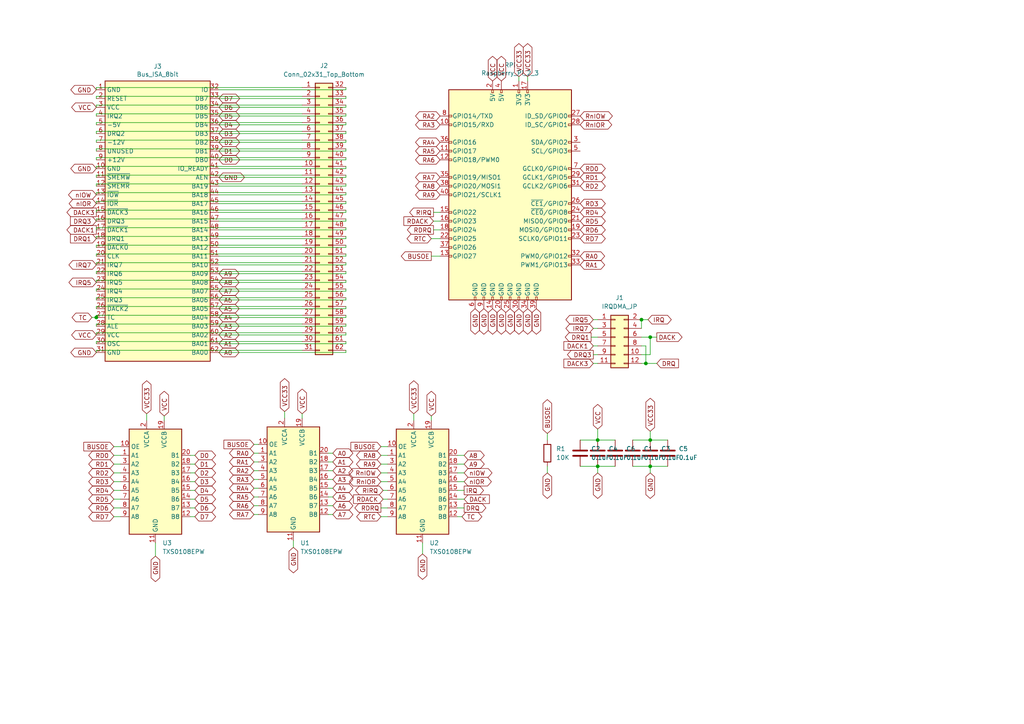
<source format=kicad_sch>
(kicad_sch (version 20211123) (generator eeschema)
  (paper "A4")
  (lib_symbols
    (symbol "Connector:Bus_ISA_8bit"
      (property "Reference" "J" (at 0 42.545 0))
      (property "Value" "Bus_ISA_8bit" (at 0 -42.545 0))
      (symbol "Bus_ISA_8bit_1_1"
        (pin power_in line (at -17.78 38.1 0) (length 2.54) (name "GND") (number "1"))
        (pin power_in line (at -17.78 15.24 0) (length 2.54) (name "GND") (number "10"))
        (pin output line (at -17.78 12.7 0) (length 2.54) (name "~{SMEMW}") (number "11"))
        (pin output line (at -17.78 10.16 0) (length 2.54) (name "~{SMEMR}") (number "12"))
        (pin output line (at -17.78 7.62 0) (length 2.54) (name "~{IOW}") (number "13"))
        (pin output line (at -17.78 5.08 0) (length 2.54) (name "~{IOR}") (number "14"))
        (pin passive line (at -17.78 2.54 0) (length 2.54) (name "~{DACK3}") (number "15"))
        (pin passive line (at -17.78 0 0) (length 2.54) (name "DRQ3") (number "16"))
        (pin passive line (at -17.78 -2.54 0) (length 2.54) (name "~{DACK1}") (number "17"))
        (pin passive line (at -17.78 -5.08 0) (length 2.54) (name "DRQ1") (number "18"))
        (pin passive line (at -17.78 -7.62 0) (length 2.54) (name "~{DACK0}") (number "19"))
        (pin output line (at -17.78 35.56 0) (length 2.54) (name "RESET") (number "2"))
        (pin output line (at -17.78 -10.16 0) (length 2.54) (name "CLK") (number "20"))
        (pin passive line (at -17.78 -12.7 0) (length 2.54) (name "IRQ7") (number "21"))
        (pin passive line (at -17.78 -15.24 0) (length 2.54) (name "IRQ6") (number "22"))
        (pin passive line (at -17.78 -17.78 0) (length 2.54) (name "IRQ5") (number "23"))
        (pin passive line (at -17.78 -20.32 0) (length 2.54) (name "IRQ4") (number "24"))
        (pin passive line (at -17.78 -22.86 0) (length 2.54) (name "IRQ3") (number "25"))
        (pin passive line (at -17.78 -25.4 0) (length 2.54) (name "~{DACK2}") (number "26"))
        (pin passive line (at -17.78 -27.94 0) (length 2.54) (name "TC") (number "27"))
        (pin output line (at -17.78 -30.48 0) (length 2.54) (name "ALE") (number "28"))
        (pin power_in line (at -17.78 -33.02 0) (length 2.54) (name "VCC") (number "29"))
        (pin power_in line (at -17.78 33.02 0) (length 2.54) (name "VCC") (number "3"))
        (pin output line (at -17.78 -35.56 0) (length 2.54) (name "OSC") (number "30"))
        (pin power_in line (at -17.78 -38.1 0) (length 2.54) (name "GND") (number "31"))
        (pin passive line (at 17.78 38.1 180) (length 2.54) (name "IO") (number "32"))
        (pin tri_state line (at 17.78 35.56 180) (length 2.54) (name "DB7") (number "33"))
        (pin tri_state line (at 17.78 33.02 180) (length 2.54) (name "DB6") (number "34"))
        (pin tri_state line (at 17.78 30.48 180) (length 2.54) (name "DB5") (number "35"))
        (pin tri_state line (at 17.78 27.94 180) (length 2.54) (name "DB4") (number "36"))
        (pin tri_state line (at 17.78 25.4 180) (length 2.54) (name "DB3") (number "37"))
        (pin tri_state line (at 17.78 22.86 180) (length 2.54) (name "DB2") (number "38"))
        (pin tri_state line (at 17.78 20.32 180) (length 2.54) (name "DB1") (number "39"))
        (pin passive line (at -17.78 30.48 0) (length 2.54) (name "IRQ2") (number "4"))
        (pin tri_state line (at 17.78 17.78 180) (length 2.54) (name "DB0") (number "40"))
        (pin passive line (at 17.78 15.24 180) (length 2.54) (name "IO_READY") (number "41"))
        (pin output line (at 17.78 12.7 180) (length 2.54) (name "AEN") (number "42"))
        (pin tri_state line (at 17.78 10.16 180) (length 2.54) (name "BA19") (number "43"))
        (pin tri_state line (at 17.78 7.62 180) (length 2.54) (name "BA18") (number "44"))
        (pin tri_state line (at 17.78 5.08 180) (length 2.54) (name "BA17") (number "45"))
        (pin tri_state line (at 17.78 2.54 180) (length 2.54) (name "BA16") (number "46"))
        (pin tri_state line (at 17.78 0 180) (length 2.54) (name "BA15") (number "47"))
        (pin tri_state line (at 17.78 -2.54 180) (length 2.54) (name "BA14") (number "48"))
        (pin tri_state line (at 17.78 -5.08 180) (length 2.54) (name "BA13") (number "49"))
        (pin power_in line (at -17.78 27.94 0) (length 2.54) (name "-5V") (number "5"))
        (pin tri_state line (at 17.78 -7.62 180) (length 2.54) (name "BA12") (number "50"))
        (pin tri_state line (at 17.78 -10.16 180) (length 2.54) (name "BA11") (number "51"))
        (pin tri_state line (at 17.78 -12.7 180) (length 2.54) (name "BA10") (number "52"))
        (pin tri_state line (at 17.78 -15.24 180) (length 2.54) (name "BA09") (number "53"))
        (pin tri_state line (at 17.78 -17.78 180) (length 2.54) (name "BA08") (number "54"))
        (pin tri_state line (at 17.78 -20.32 180) (length 2.54) (name "BA07") (number "55"))
        (pin tri_state line (at 17.78 -22.86 180) (length 2.54) (name "BA06") (number "56"))
        (pin tri_state line (at 17.78 -25.4 180) (length 2.54) (name "BA05") (number "57"))
        (pin tri_state line (at 17.78 -27.94 180) (length 2.54) (name "BA04") (number "58"))
        (pin tri_state line (at 17.78 -30.48 180) (length 2.54) (name "BA03") (number "59"))
        (pin passive line (at -17.78 25.4 0) (length 2.54) (name "DRQ2") (number "6"))
        (pin tri_state line (at 17.78 -33.02 180) (length 2.54) (name "BA02") (number "60"))
        (pin tri_state line (at 17.78 -35.56 180) (length 2.54) (name "BA01") (number "61"))
        (pin tri_state line (at 17.78 -38.1 180) (length 2.54) (name "BA00") (number "62"))
        (pin power_in line (at -17.78 22.86 0) (length 2.54) (name "-12V") (number "7"))
        (pin passive line (at -17.78 20.32 0) (length 2.54) (name "UNUSED") (number "8"))
        (pin power_in line (at -17.78 17.78 0) (length 2.54) (name "+12V") (number "9"))
      )
    )
    (symbol "Connector:Raspberry_Pi_2_3" (pin_names (offset 1.016))
      (property "Reference" "J" (at -17.78 31.75 0))
      (property "Value" "Raspberry_Pi_2_3" (at 10.16 -31.75 0))
      (symbol "Raspberry_Pi_2_3_1_1"
        (pin power_in line (at 2.54 33.02 270) (length 2.54) (name "3V3") (number "1"))
        (pin bidirectional line (at -20.32 20.32 0) (length 2.54) (name "GPIO15/RXD") (number "10"))
        (pin bidirectional line (at -20.32 12.7 0) (length 2.54) (name "GPIO17") (number "11"))
        (pin bidirectional line (at -20.32 10.16 0) (length 2.54) (name "GPIO18/PWM0") (number "12"))
        (pin bidirectional line (at -20.32 -17.78 0) (length 2.54) (name "GPIO27") (number "13"))
        (pin power_in line (at -5.08 -33.02 90) (length 2.54) (name "GND") (number "14"))
        (pin bidirectional line (at -20.32 -5.08 0) (length 2.54) (name "GPIO22") (number "15"))
        (pin bidirectional line (at -20.32 -7.62 0) (length 2.54) (name "GPIO23") (number "16"))
        (pin power_in line (at 5.08 33.02 270) (length 2.54) (name "3V3") (number "17"))
        (pin bidirectional line (at -20.32 -10.16 0) (length 2.54) (name "GPIO24") (number "18"))
        (pin bidirectional line (at 20.32 -10.16 180) (length 2.54) (name "MOSI0/GPIO10") (number "19"))
        (pin power_in line (at -5.08 33.02 270) (length 2.54) (name "5V") (number "2"))
        (pin power_in line (at -2.54 -33.02 90) (length 2.54) (name "GND") (number "20"))
        (pin bidirectional line (at 20.32 -7.62 180) (length 2.54) (name "MISO0/GPIO9") (number "21"))
        (pin bidirectional line (at -20.32 -12.7 0) (length 2.54) (name "GPIO25") (number "22"))
        (pin bidirectional line (at 20.32 -12.7 180) (length 2.54) (name "SCLK0/GPIO11") (number "23"))
        (pin bidirectional line (at 20.32 -5.08 180) (length 2.54) (name "~{CE0}/GPIO8") (number "24"))
        (pin power_in line (at 0 -33.02 90) (length 2.54) (name "GND") (number "25"))
        (pin bidirectional line (at 20.32 -2.54 180) (length 2.54) (name "~{CE1}/GPIO7") (number "26"))
        (pin bidirectional line (at 20.32 22.86 180) (length 2.54) (name "ID_SD/GPIO0") (number "27"))
        (pin bidirectional line (at 20.32 20.32 180) (length 2.54) (name "ID_SC/GPIO1") (number "28"))
        (pin bidirectional line (at 20.32 5.08 180) (length 2.54) (name "GCLK1/GPIO5") (number "29"))
        (pin bidirectional line (at 20.32 15.24 180) (length 2.54) (name "SDA/GPIO2") (number "3"))
        (pin power_in line (at 2.54 -33.02 90) (length 2.54) (name "GND") (number "30"))
        (pin bidirectional line (at 20.32 2.54 180) (length 2.54) (name "GCLK2/GPIO6") (number "31"))
        (pin bidirectional line (at 20.32 -17.78 180) (length 2.54) (name "PWM0/GPIO12") (number "32"))
        (pin bidirectional line (at 20.32 -20.32 180) (length 2.54) (name "PWM1/GPIO13") (number "33"))
        (pin power_in line (at 5.08 -33.02 90) (length 2.54) (name "GND") (number "34"))
        (pin bidirectional line (at -20.32 5.08 0) (length 2.54) (name "GPIO19/MISO1") (number "35"))
        (pin bidirectional line (at -20.32 15.24 0) (length 2.54) (name "GPIO16") (number "36"))
        (pin bidirectional line (at -20.32 -15.24 0) (length 2.54) (name "GPIO26") (number "37"))
        (pin bidirectional line (at -20.32 2.54 0) (length 2.54) (name "GPIO20/MOSI1") (number "38"))
        (pin power_in line (at 7.62 -33.02 90) (length 2.54) (name "GND") (number "39"))
        (pin power_in line (at -2.54 33.02 270) (length 2.54) (name "5V") (number "4"))
        (pin bidirectional line (at -20.32 0 0) (length 2.54) (name "GPIO21/SCLK1") (number "40"))
        (pin bidirectional line (at 20.32 12.7 180) (length 2.54) (name "SCL/GPIO3") (number "5"))
        (pin power_in line (at -10.16 -33.02 90) (length 2.54) (name "GND") (number "6"))
        (pin bidirectional line (at 20.32 7.62 180) (length 2.54) (name "GCLK0/GPIO4") (number "7"))
        (pin bidirectional line (at -20.32 22.86 0) (length 2.54) (name "GPIO14/TXD") (number "8"))
        (pin power_in line (at -7.62 -33.02 90) (length 2.54) (name "GND") (number "9"))
      )
    )
    (symbol "Connector_Generic:Conn_02x06_Odd_Even" (pin_names (offset 1.016) hide)
      (property "Reference" "J" (at 1.27 7.62 0))
      (property "Value" "Conn_02x06_Odd_Even" (at 1.27 -10.16 0))
      (symbol "Conn_02x06_Odd_Even_1_1"
        (pin passive line (at -5.08 5.08 0) (length 3.81) (name "Pin_1") (number "1"))
        (pin passive line (at 7.62 -5.08 180) (length 3.81) (name "Pin_10") (number "10"))
        (pin passive line (at -5.08 -7.62 0) (length 3.81) (name "Pin_11") (number "11"))
        (pin passive line (at 7.62 -7.62 180) (length 3.81) (name "Pin_12") (number "12"))
        (pin passive line (at 7.62 5.08 180) (length 3.81) (name "Pin_2") (number "2"))
        (pin passive line (at -5.08 2.54 0) (length 3.81) (name "Pin_3") (number "3"))
        (pin passive line (at 7.62 2.54 180) (length 3.81) (name "Pin_4") (number "4"))
        (pin passive line (at -5.08 0 0) (length 3.81) (name "Pin_5") (number "5"))
        (pin passive line (at 7.62 0 180) (length 3.81) (name "Pin_6") (number "6"))
        (pin passive line (at -5.08 -2.54 0) (length 3.81) (name "Pin_7") (number "7"))
        (pin passive line (at 7.62 -2.54 180) (length 3.81) (name "Pin_8") (number "8"))
        (pin passive line (at -5.08 -5.08 0) (length 3.81) (name "Pin_9") (number "9"))
      )
    )
    (symbol "Connector_Generic:Conn_02x31_Top_Bottom" (pin_names (offset 1.016) hide)
      (property "Reference" "J" (at 1.27 40.64 0))
      (property "Value" "Conn_02x31_Top_Bottom" (at 1.27 -40.64 0))
      (symbol "Conn_02x31_Top_Bottom_1_1"
        (pin passive line (at -5.08 38.1 0) (length 3.81) (name "Pin_1") (number "1"))
        (pin passive line (at -5.08 15.24 0) (length 3.81) (name "Pin_10") (number "10"))
        (pin passive line (at -5.08 12.7 0) (length 3.81) (name "Pin_11") (number "11"))
        (pin passive line (at -5.08 10.16 0) (length 3.81) (name "Pin_12") (number "12"))
        (pin passive line (at -5.08 7.62 0) (length 3.81) (name "Pin_13") (number "13"))
        (pin passive line (at -5.08 5.08 0) (length 3.81) (name "Pin_14") (number "14"))
        (pin passive line (at -5.08 2.54 0) (length 3.81) (name "Pin_15") (number "15"))
        (pin passive line (at -5.08 0 0) (length 3.81) (name "Pin_16") (number "16"))
        (pin passive line (at -5.08 -2.54 0) (length 3.81) (name "Pin_17") (number "17"))
        (pin passive line (at -5.08 -5.08 0) (length 3.81) (name "Pin_18") (number "18"))
        (pin passive line (at -5.08 -7.62 0) (length 3.81) (name "Pin_19") (number "19"))
        (pin passive line (at -5.08 35.56 0) (length 3.81) (name "Pin_2") (number "2"))
        (pin passive line (at -5.08 -10.16 0) (length 3.81) (name "Pin_20") (number "20"))
        (pin passive line (at -5.08 -12.7 0) (length 3.81) (name "Pin_21") (number "21"))
        (pin passive line (at -5.08 -15.24 0) (length 3.81) (name "Pin_22") (number "22"))
        (pin passive line (at -5.08 -17.78 0) (length 3.81) (name "Pin_23") (number "23"))
        (pin passive line (at -5.08 -20.32 0) (length 3.81) (name "Pin_24") (number "24"))
        (pin passive line (at -5.08 -22.86 0) (length 3.81) (name "Pin_25") (number "25"))
        (pin passive line (at -5.08 -25.4 0) (length 3.81) (name "Pin_26") (number "26"))
        (pin passive line (at -5.08 -27.94 0) (length 3.81) (name "Pin_27") (number "27"))
        (pin passive line (at -5.08 -30.48 0) (length 3.81) (name "Pin_28") (number "28"))
        (pin passive line (at -5.08 -33.02 0) (length 3.81) (name "Pin_29") (number "29"))
        (pin passive line (at -5.08 33.02 0) (length 3.81) (name "Pin_3") (number "3"))
        (pin passive line (at -5.08 -35.56 0) (length 3.81) (name "Pin_30") (number "30"))
        (pin passive line (at -5.08 -38.1 0) (length 3.81) (name "Pin_31") (number "31"))
        (pin passive line (at 7.62 38.1 180) (length 3.81) (name "Pin_32") (number "32"))
        (pin passive line (at 7.62 35.56 180) (length 3.81) (name "Pin_33") (number "33"))
        (pin passive line (at 7.62 33.02 180) (length 3.81) (name "Pin_34") (number "34"))
        (pin passive line (at 7.62 30.48 180) (length 3.81) (name "Pin_35") (number "35"))
        (pin passive line (at 7.62 27.94 180) (length 3.81) (name "Pin_36") (number "36"))
        (pin passive line (at 7.62 25.4 180) (length 3.81) (name "Pin_37") (number "37"))
        (pin passive line (at 7.62 22.86 180) (length 3.81) (name "Pin_38") (number "38"))
        (pin passive line (at 7.62 20.32 180) (length 3.81) (name "Pin_39") (number "39"))
        (pin passive line (at -5.08 30.48 0) (length 3.81) (name "Pin_4") (number "4"))
        (pin passive line (at 7.62 17.78 180) (length 3.81) (name "Pin_40") (number "40"))
        (pin passive line (at 7.62 15.24 180) (length 3.81) (name "Pin_41") (number "41"))
        (pin passive line (at 7.62 12.7 180) (length 3.81) (name "Pin_42") (number "42"))
        (pin passive line (at 7.62 10.16 180) (length 3.81) (name "Pin_43") (number "43"))
        (pin passive line (at 7.62 7.62 180) (length 3.81) (name "Pin_44") (number "44"))
        (pin passive line (at 7.62 5.08 180) (length 3.81) (name "Pin_45") (number "45"))
        (pin passive line (at 7.62 2.54 180) (length 3.81) (name "Pin_46") (number "46"))
        (pin passive line (at 7.62 0 180) (length 3.81) (name "Pin_47") (number "47"))
        (pin passive line (at 7.62 -2.54 180) (length 3.81) (name "Pin_48") (number "48"))
        (pin passive line (at 7.62 -5.08 180) (length 3.81) (name "Pin_49") (number "49"))
        (pin passive line (at -5.08 27.94 0) (length 3.81) (name "Pin_5") (number "5"))
        (pin passive line (at 7.62 -7.62 180) (length 3.81) (name "Pin_50") (number "50"))
        (pin passive line (at 7.62 -10.16 180) (length 3.81) (name "Pin_51") (number "51"))
        (pin passive line (at 7.62 -12.7 180) (length 3.81) (name "Pin_52") (number "52"))
        (pin passive line (at 7.62 -15.24 180) (length 3.81) (name "Pin_53") (number "53"))
        (pin passive line (at 7.62 -17.78 180) (length 3.81) (name "Pin_54") (number "54"))
        (pin passive line (at 7.62 -20.32 180) (length 3.81) (name "Pin_55") (number "55"))
        (pin passive line (at 7.62 -22.86 180) (length 3.81) (name "Pin_56") (number "56"))
        (pin passive line (at 7.62 -25.4 180) (length 3.81) (name "Pin_57") (number "57"))
        (pin passive line (at 7.62 -27.94 180) (length 3.81) (name "Pin_58") (number "58"))
        (pin passive line (at 7.62 -30.48 180) (length 3.81) (name "Pin_59") (number "59"))
        (pin passive line (at -5.08 25.4 0) (length 3.81) (name "Pin_6") (number "6"))
        (pin passive line (at 7.62 -33.02 180) (length 3.81) (name "Pin_60") (number "60"))
        (pin passive line (at 7.62 -35.56 180) (length 3.81) (name "Pin_61") (number "61"))
        (pin passive line (at 7.62 -38.1 180) (length 3.81) (name "Pin_62") (number "62"))
        (pin passive line (at -5.08 22.86 0) (length 3.81) (name "Pin_7") (number "7"))
        (pin passive line (at -5.08 20.32 0) (length 3.81) (name "Pin_8") (number "8"))
        (pin passive line (at -5.08 17.78 0) (length 3.81) (name "Pin_9") (number "9"))
      )
    )
    (symbol "Device:C" (pin_numbers hide) (pin_names (offset 0.254))
      (property "Reference" "C" (at 0.635 2.54 0))
      (property "Value" "C" (at 0.635 -2.54 0))
      (symbol "C_1_1"
        (pin passive line (at 0 3.81 270) (length 2.794) (name "~") (number "1"))
        (pin passive line (at 0 -3.81 90) (length 2.794) (name "~") (number "2"))
      )
    )
    (symbol "Device:R" (pin_numbers hide) (pin_names (offset 0))
      (property "Reference" "R" (at 2.032 0 90))
      (property "Value" "R" (at 0 0 90))
      (symbol "R_1_1"
        (pin passive line (at 0 3.81 270) (length 1.27) (name "~") (number "1"))
        (pin passive line (at 0 -3.81 90) (length 1.27) (name "~") (number "2"))
      )
    )
    (symbol "Logic_LevelTranslator:TXS0108EPW"
      (property "Reference" "U" (at -6.35 16.51 0))
      (property "Value" "TXS0108EPW" (at 3.81 16.51 0))
      (symbol "TXS0108EPW_1_1"
        (pin bidirectional line (at -10.16 7.62 0) (length 2.54) (name "A1") (number "1"))
        (pin input line (at -10.16 10.16 0) (length 2.54) (name "OE") (number "10"))
        (pin power_in line (at 0 -17.78 90) (length 2.54) (name "GND") (number "11"))
        (pin bidirectional line (at 10.16 -10.16 180) (length 2.54) (name "B8") (number "12"))
        (pin bidirectional line (at 10.16 -7.62 180) (length 2.54) (name "B7") (number "13"))
        (pin bidirectional line (at 10.16 -5.08 180) (length 2.54) (name "B6") (number "14"))
        (pin bidirectional line (at 10.16 -2.54 180) (length 2.54) (name "B5") (number "15"))
        (pin bidirectional line (at 10.16 0 180) (length 2.54) (name "B4") (number "16"))
        (pin bidirectional line (at 10.16 2.54 180) (length 2.54) (name "B3") (number "17"))
        (pin bidirectional line (at 10.16 5.08 180) (length 2.54) (name "B2") (number "18"))
        (pin power_in line (at 2.54 17.78 270) (length 2.54) (name "VCCB") (number "19"))
        (pin power_in line (at -2.54 17.78 270) (length 2.54) (name "VCCA") (number "2"))
        (pin bidirectional line (at 10.16 7.62 180) (length 2.54) (name "B1") (number "20"))
        (pin bidirectional line (at -10.16 5.08 0) (length 2.54) (name "A2") (number "3"))
        (pin bidirectional line (at -10.16 2.54 0) (length 2.54) (name "A3") (number "4"))
        (pin bidirectional line (at -10.16 0 0) (length 2.54) (name "A4") (number "5"))
        (pin bidirectional line (at -10.16 -2.54 0) (length 2.54) (name "A5") (number "6"))
        (pin bidirectional line (at -10.16 -5.08 0) (length 2.54) (name "A6") (number "7"))
        (pin bidirectional line (at -10.16 -7.62 0) (length 2.54) (name "A7") (number "8"))
        (pin bidirectional line (at -10.16 -10.16 0) (length 2.54) (name "A8") (number "9"))
      )
    )
  )
  (junction (at 188.595 97.79))
  (junction (at 188.595 135.255))
  (junction (at 173.355 127.635))
  (junction (at 27.94 92.075))
  (junction (at 187.325 105.41))
  (junction (at 186.055 92.71))
  (junction (at 173.355 135.255))
  (junction (at 188.595 127.635))
  (wire (pts (xy 100.33 89.535) (xy 100.33 88.9)))
  (wire (pts (xy 100.33 46.355) (xy 100.33 45.72)))
  (wire (pts (xy 186.055 92.71) (xy 187.96 92.71)))
  (wire (pts (xy 27.94 45.72) (xy 27.94 46.355)))
  (wire (pts (xy 85.09 156.845) (xy 85.09 158.75)))
  (wire (pts (xy 63.5 51.435) (xy 100.33 51.435)))
  (wire (pts (xy 95.25 139.065) (xy 96.52 139.065)))
  (wire (pts (xy 132.715 142.24) (xy 134.62 142.24)))
  (wire (pts (xy 87.63 48.26) (xy 27.94 48.26)))
  (wire (pts (xy 27.94 48.26) (xy 27.94 48.895)))
  (wire (pts (xy 87.63 93.98) (xy 27.94 93.98)))
  (wire (pts (xy 100.33 66.675) (xy 100.33 66.04)))
  (wire (pts (xy 73.66 128.905) (xy 74.93 128.905)))
  (wire (pts (xy 173.355 135.255) (xy 178.435 135.255)))
  (wire (pts (xy 63.5 81.915) (xy 100.33 81.915)))
  (wire (pts (xy 172.085 95.25) (xy 173.355 95.25)))
  (wire (pts (xy 100.33 84.455) (xy 100.33 83.82)))
  (wire (pts (xy 100.33 102.235) (xy 100.33 101.6)))
  (wire (pts (xy 87.63 60.96) (xy 27.94 60.96)))
  (wire (pts (xy 27.94 76.2) (xy 27.94 76.835)))
  (wire (pts (xy 42.545 120.015) (xy 42.545 121.92)))
  (wire (pts (xy 27.94 33.02) (xy 27.94 33.655)))
  (wire (pts (xy 33.02 147.32) (xy 34.925 147.32)))
  (wire (pts (xy 87.63 99.06) (xy 27.94 99.06)))
  (wire (pts (xy 187.325 105.41) (xy 190.5 105.41)))
  (wire (pts (xy 125.73 64.135) (xy 127.635 64.135)))
  (wire (pts (xy 186.055 105.41) (xy 187.325 105.41)))
  (wire (pts (xy 87.63 91.44) (xy 27.94 91.44)))
  (wire (pts (xy 63.5 48.895) (xy 100.33 48.895)))
  (wire (pts (xy 87.63 86.36) (xy 27.94 86.36)))
  (wire (pts (xy 183.515 127.635) (xy 188.595 127.635)))
  (wire (pts (xy 95.25 136.525) (xy 96.52 136.525)))
  (wire (pts (xy 33.02 134.62) (xy 34.925 134.62)))
  (wire (pts (xy 188.595 135.255) (xy 193.675 135.255)))
  (wire (pts (xy 55.245 139.7) (xy 56.515 139.7)))
  (wire (pts (xy 27.94 63.5) (xy 27.94 64.135)))
  (wire (pts (xy 73.66 139.065) (xy 74.93 139.065)))
  (wire (pts (xy 33.02 142.24) (xy 34.925 142.24)))
  (wire (pts (xy 110.49 134.62) (xy 112.395 134.62)))
  (wire (pts (xy 100.33 71.755) (xy 100.33 71.12)))
  (wire (pts (xy 55.245 137.16) (xy 56.515 137.16)))
  (wire (pts (xy 27.94 38.1) (xy 27.94 38.735)))
  (wire (pts (xy 27.94 30.48) (xy 27.94 31.115)))
  (wire (pts (xy 87.63 35.56) (xy 27.94 35.56)))
  (wire (pts (xy 125.73 66.675) (xy 127.635 66.675)))
  (wire (pts (xy 187.325 100.33) (xy 187.325 105.41)))
  (wire (pts (xy 33.02 137.16) (xy 34.925 137.16)))
  (wire (pts (xy 63.5 69.215) (xy 100.33 69.215)))
  (wire (pts (xy 122.555 157.48) (xy 122.555 160.655)))
  (wire (pts (xy 73.66 149.225) (xy 74.93 149.225)))
  (wire (pts (xy 55.245 144.78) (xy 56.515 144.78)))
  (wire (pts (xy 33.02 139.7) (xy 34.925 139.7)))
  (wire (pts (xy 63.5 71.755) (xy 100.33 71.755)))
  (wire (pts (xy 63.5 92.075) (xy 100.33 92.075)))
  (wire (pts (xy 150.495 22.225) (xy 150.495 23.495)))
  (wire (pts (xy 100.33 31.115) (xy 100.33 30.48)))
  (wire (pts (xy 63.5 53.975) (xy 100.33 53.975)))
  (wire (pts (xy 100.33 43.815) (xy 100.33 43.18)))
  (wire (pts (xy 100.33 48.895) (xy 100.33 48.26)))
  (wire (pts (xy 95.25 133.985) (xy 96.52 133.985)))
  (wire (pts (xy 73.66 144.145) (xy 74.93 144.145)))
  (wire (pts (xy 27.94 91.44) (xy 27.94 92.075)))
  (wire (pts (xy 132.715 144.78) (xy 134.62 144.78)))
  (wire (pts (xy 95.25 141.605) (xy 96.52 141.605)))
  (wire (pts (xy 63.5 74.295) (xy 100.33 74.295)))
  (wire (pts (xy 27.94 58.42) (xy 27.94 59.055)))
  (wire (pts (xy 55.245 149.86) (xy 56.515 149.86)))
  (wire (pts (xy 63.5 41.275) (xy 100.33 41.275)))
  (wire (pts (xy 100.33 59.055) (xy 100.33 58.42)))
  (wire (pts (xy 63.5 56.515) (xy 100.33 56.515)))
  (wire (pts (xy 111.125 142.24) (xy 112.395 142.24)))
  (wire (pts (xy 132.715 147.32) (xy 134.62 147.32)))
  (wire (pts (xy 55.245 142.24) (xy 56.515 142.24)))
  (wire (pts (xy 27.94 66.04) (xy 27.94 66.675)))
  (wire (pts (xy 100.33 51.435) (xy 100.33 50.8)))
  (wire (pts (xy 100.33 26.035) (xy 100.33 25.4)))
  (wire (pts (xy 125.095 120.65) (xy 125.095 121.92)))
  (wire (pts (xy 27.94 55.88) (xy 27.94 56.515)))
  (wire (pts (xy 27.94 27.94) (xy 27.94 28.575)))
  (wire (pts (xy 100.33 94.615) (xy 100.33 93.98)))
  (wire (pts (xy 111.125 144.78) (xy 112.395 144.78)))
  (wire (pts (xy 55.245 134.62) (xy 56.515 134.62)))
  (wire (pts (xy 63.5 99.695) (xy 100.33 99.695)))
  (wire (pts (xy 63.5 102.235) (xy 100.33 102.235)))
  (wire (pts (xy 186.055 100.33) (xy 187.325 100.33)))
  (wire (pts (xy 100.33 74.295) (xy 100.33 73.66)))
  (wire (pts (xy 171.45 97.79) (xy 173.355 97.79)))
  (wire (pts (xy 87.63 27.94) (xy 27.94 27.94)))
  (wire (pts (xy 132.715 149.86) (xy 133.985 149.86)))
  (wire (pts (xy 120.015 120.015) (xy 120.015 121.92)))
  (wire (pts (xy 95.25 131.445) (xy 96.52 131.445)))
  (wire (pts (xy 27.94 43.18) (xy 27.94 43.815)))
  (wire (pts (xy 27.94 50.8) (xy 27.94 51.435)))
  (wire (pts (xy 27.94 40.64) (xy 27.94 41.275)))
  (wire (pts (xy 132.715 137.16) (xy 134.62 137.16)))
  (wire (pts (xy 172.085 105.41) (xy 173.355 105.41)))
  (wire (pts (xy 26.67 92.075) (xy 27.94 92.075)))
  (wire (pts (xy 186.055 92.71) (xy 186.055 95.25)))
  (wire (pts (xy 63.5 61.595) (xy 100.33 61.595)))
  (wire (pts (xy 87.63 38.1) (xy 27.94 38.1)))
  (wire (pts (xy 87.63 66.04) (xy 27.94 66.04)))
  (wire (pts (xy 153.035 22.225) (xy 153.035 23.495)))
  (wire (pts (xy 87.63 81.28) (xy 27.94 81.28)))
  (wire (pts (xy 183.515 135.255) (xy 188.595 135.255)))
  (wire (pts (xy 95.25 146.685) (xy 96.52 146.685)))
  (wire (pts (xy 63.5 66.675) (xy 100.33 66.675)))
  (wire (pts (xy 63.5 31.115) (xy 100.33 31.115)))
  (wire (pts (xy 100.33 64.135) (xy 100.33 63.5)))
  (wire (pts (xy 87.63 76.2) (xy 27.94 76.2)))
  (wire (pts (xy 95.25 144.145) (xy 96.52 144.145)))
  (wire (pts (xy 100.33 76.835) (xy 100.33 76.2)))
  (wire (pts (xy 95.25 149.225) (xy 96.52 149.225)))
  (wire (pts (xy 100.33 28.575) (xy 100.33 27.94)))
  (wire (pts (xy 100.33 61.595) (xy 100.33 60.96)))
  (wire (pts (xy 158.75 135.255) (xy 158.75 137.16)))
  (wire (pts (xy 87.63 120.015) (xy 87.63 121.285)))
  (wire (pts (xy 87.63 43.18) (xy 27.94 43.18)))
  (wire (pts (xy 188.595 135.255) (xy 188.595 137.16)))
  (wire (pts (xy 132.715 132.08) (xy 134.62 132.08)))
  (wire (pts (xy 87.63 101.6) (xy 27.94 101.6)))
  (wire (pts (xy 100.33 81.915) (xy 100.33 81.28)))
  (wire (pts (xy 55.245 147.32) (xy 56.515 147.32)))
  (wire (pts (xy 173.355 124.46) (xy 173.355 127.635)))
  (wire (pts (xy 188.595 97.79) (xy 190.5 97.79)))
  (wire (pts (xy 100.33 79.375) (xy 100.33 78.74)))
  (wire (pts (xy 100.33 33.655) (xy 100.33 33.02)))
  (wire (pts (xy 172.085 92.71) (xy 173.355 92.71)))
  (wire (pts (xy 87.63 33.02) (xy 27.94 33.02)))
  (wire (pts (xy 87.63 71.12) (xy 27.94 71.12)))
  (wire (pts (xy 132.715 139.7) (xy 134.62 139.7)))
  (wire (pts (xy 188.595 102.87) (xy 186.055 102.87)))
  (wire (pts (xy 63.5 43.815) (xy 100.33 43.815)))
  (wire (pts (xy 100.33 36.195) (xy 100.33 35.56)))
  (wire (pts (xy 33.02 129.54) (xy 34.925 129.54)))
  (wire (pts (xy 87.63 68.58) (xy 27.94 68.58)))
  (wire (pts (xy 63.5 46.355) (xy 100.33 46.355)))
  (wire (pts (xy 63.5 97.155) (xy 100.33 97.155)))
  (wire (pts (xy 33.02 144.78) (xy 34.925 144.78)))
  (wire (pts (xy 27.94 86.36) (xy 27.94 86.995)))
  (wire (pts (xy 73.66 133.985) (xy 74.93 133.985)))
  (wire (pts (xy 172.085 100.33) (xy 173.355 100.33)))
  (wire (pts (xy 87.63 30.48) (xy 27.94 30.48)))
  (wire (pts (xy 168.275 127.635) (xy 173.355 127.635)))
  (wire (pts (xy 87.63 58.42) (xy 27.94 58.42)))
  (wire (pts (xy 63.5 36.195) (xy 100.33 36.195)))
  (wire (pts (xy 27.94 99.06) (xy 27.94 99.695)))
  (wire (pts (xy 87.63 40.64) (xy 27.94 40.64)))
  (wire (pts (xy 100.33 69.215) (xy 100.33 68.58)))
  (wire (pts (xy 100.33 56.515) (xy 100.33 55.88)))
  (wire (pts (xy 27.94 88.9) (xy 27.94 89.535)))
  (wire (pts (xy 27.94 96.52) (xy 27.94 97.155)))
  (wire (pts (xy 125.095 74.295) (xy 127.635 74.295)))
  (wire (pts (xy 27.94 101.6) (xy 27.94 102.235)))
  (wire (pts (xy 173.355 135.255) (xy 173.355 137.16)))
  (wire (pts (xy 27.94 53.34) (xy 27.94 53.975)))
  (wire (pts (xy 100.33 97.155) (xy 100.33 96.52)))
  (wire (pts (xy 125.095 69.215) (xy 127.635 69.215)))
  (wire (pts (xy 63.5 76.835) (xy 100.33 76.835)))
  (wire (pts (xy 63.5 94.615) (xy 100.33 94.615)))
  (wire (pts (xy 188.595 125.095) (xy 188.595 127.635)))
  (wire (pts (xy 27.94 35.56) (xy 27.94 36.195)))
  (wire (pts (xy 63.5 28.575) (xy 100.33 28.575)))
  (wire (pts (xy 27.94 71.12) (xy 27.94 71.755)))
  (wire (pts (xy 33.02 149.86) (xy 34.925 149.86)))
  (wire (pts (xy 100.33 86.995) (xy 100.33 86.36)))
  (wire (pts (xy 27.94 25.4) (xy 87.63 25.4)))
  (wire (pts (xy 110.49 147.32) (xy 112.395 147.32)))
  (wire (pts (xy 100.33 99.695) (xy 100.33 99.06)))
  (wire (pts (xy 73.66 146.685) (xy 74.93 146.685)))
  (wire (pts (xy 87.63 88.9) (xy 27.94 88.9)))
  (wire (pts (xy 132.715 134.62) (xy 134.62 134.62)))
  (wire (pts (xy 73.66 131.445) (xy 74.93 131.445)))
  (wire (pts (xy 82.55 119.38) (xy 82.55 121.285)))
  (wire (pts (xy 87.63 55.88) (xy 27.94 55.88)))
  (wire (pts (xy 27.94 25.4) (xy 27.94 26.035)))
  (wire (pts (xy 63.5 86.995) (xy 100.33 86.995)))
  (wire (pts (xy 110.49 129.54) (xy 112.395 129.54)))
  (wire (pts (xy 168.275 135.255) (xy 173.355 135.255)))
  (wire (pts (xy 63.5 89.535) (xy 100.33 89.535)))
  (wire (pts (xy 87.63 45.72) (xy 27.94 45.72)))
  (wire (pts (xy 87.63 53.34) (xy 27.94 53.34)))
  (wire (pts (xy 100.33 92.075) (xy 100.33 91.44)))
  (wire (pts (xy 73.66 141.605) (xy 74.93 141.605)))
  (wire (pts (xy 27.94 73.66) (xy 27.94 74.295)))
  (wire (pts (xy 27.94 93.98) (xy 27.94 94.615)))
  (wire (pts (xy 73.66 136.525) (xy 74.93 136.525)))
  (wire (pts (xy 110.49 139.7) (xy 112.395 139.7)))
  (wire (pts (xy 27.94 60.96) (xy 27.94 61.595)))
  (wire (pts (xy 27.94 81.28) (xy 27.94 81.915)))
  (wire (pts (xy 33.02 132.08) (xy 34.925 132.08)))
  (wire (pts (xy 186.055 97.79) (xy 188.595 97.79)))
  (wire (pts (xy 158.75 125.73) (xy 158.75 127.635)))
  (wire (pts (xy 27.94 68.58) (xy 27.94 69.215)))
  (wire (pts (xy 87.63 63.5) (xy 27.94 63.5)))
  (wire (pts (xy 45.085 157.48) (xy 45.085 161.29)))
  (wire (pts (xy 63.5 26.035) (xy 100.33 26.035)))
  (wire (pts (xy 27.94 78.74) (xy 27.94 79.375)))
  (wire (pts (xy 173.355 127.635) (xy 178.435 127.635)))
  (wire (pts (xy 110.49 132.08) (xy 112.395 132.08)))
  (wire (pts (xy 87.63 96.52) (xy 27.94 96.52)))
  (wire (pts (xy 63.5 59.055) (xy 100.33 59.055)))
  (wire (pts (xy 87.63 83.82) (xy 27.94 83.82)))
  (wire (pts (xy 27.94 83.82) (xy 27.94 84.455)))
  (wire (pts (xy 63.5 84.455) (xy 100.33 84.455)))
  (wire (pts (xy 100.33 38.735) (xy 100.33 38.1)))
  (wire (pts (xy 55.245 132.08) (xy 56.515 132.08)))
  (wire (pts (xy 100.33 41.275) (xy 100.33 40.64)))
  (wire (pts (xy 63.5 33.655) (xy 100.33 33.655)))
  (wire (pts (xy 87.63 78.74) (xy 27.94 78.74)))
  (wire (pts (xy 188.595 127.635) (xy 193.675 127.635)))
  (wire (pts (xy 63.5 79.375) (xy 100.33 79.375)))
  (wire (pts (xy 125.73 61.595) (xy 127.635 61.595)))
  (wire (pts (xy 47.625 120.65) (xy 47.625 121.92)))
  (wire (pts (xy 63.5 38.735) (xy 100.33 38.735)))
  (wire (pts (xy 110.49 137.16) (xy 112.395 137.16)))
  (wire (pts (xy 87.63 50.8) (xy 27.94 50.8)))
  (wire (pts (xy 100.33 53.975) (xy 100.33 53.34)))
  (wire (pts (xy 110.49 149.86) (xy 112.395 149.86)))
  (wire (pts (xy 188.595 97.79) (xy 188.595 102.87)))
  (wire (pts (xy 172.085 102.87) (xy 173.355 102.87)))
  (wire (pts (xy 87.63 73.66) (xy 27.94 73.66)))
  (wire (pts (xy 63.5 64.135) (xy 100.33 64.135)))
  (global_label "RD2" (shape bidirectional) (at 168.275 53.975 0) (property "Intersheet References" "${INTERSHEET_REFS}" (effects hide)))
  (global_label "D2" (shape bidirectional) (at 56.515 137.16 0) (property "Intersheet References" "${INTERSHEET_REFS}" (effects hide)))
  (global_label "RTC" (shape bidirectional) (at 125.095 69.215 180) (property "Intersheet References" "${INTERSHEET_REFS}" (effects hide)))
  (global_label "RIRQ" (shape bidirectional) (at 111.125 142.24 180) (property "Intersheet References" "${INTERSHEET_REFS}" (effects hide)))
  (global_label "GND" (shape bidirectional) (at 153.035 89.535 270) (property "Intersheet References" "${INTERSHEET_REFS}" (effects hide)))
  (global_label "VCC33" (shape bidirectional) (at 153.035 22.225 90) (property "Intersheet References" "${INTERSHEET_REFS}" (effects hide)))
  (global_label "VCC" (shape bidirectional) (at 87.63 120.015 90) (property "Intersheet References" "${INTERSHEET_REFS}" (effects hide)))
  (global_label "A9" (shape bidirectional) (at 63.5 79.375 0) (property "Intersheet References" "${INTERSHEET_REFS}" (effects hide)))
  (global_label "D0" (shape bidirectional) (at 63.5 46.355 0) (property "Intersheet References" "${INTERSHEET_REFS}" (effects hide)))
  (global_label "RD4" (shape bidirectional) (at 33.02 142.24 180) (property "Intersheet References" "${INTERSHEET_REFS}" (effects hide)))
  (global_label "RA5" (shape bidirectional) (at 127.635 43.815 180) (property "Intersheet References" "${INTERSHEET_REFS}" (effects hide)))
  (global_label "VCC33" (shape bidirectional) (at 82.55 119.38 90) (property "Intersheet References" "${INTERSHEET_REFS}" (effects hide)))
  (global_label "A0" (shape bidirectional) (at 63.5 102.235 0) (property "Intersheet References" "${INTERSHEET_REFS}" (effects hide)))
  (global_label "GND" (shape bidirectional) (at 63.5 51.435 0) (property "Intersheet References" "${INTERSHEET_REFS}" (effects hide)))
  (global_label "RDRQ" (shape output) (at 110.49 147.32 180) (property "Intersheet References" "${INTERSHEET_REFS}" (effects hide)))
  (global_label "IRQ5" (shape tri_state) (at 27.94 81.915 180) (property "Intersheet References" "${INTERSHEET_REFS}" (effects hide)))
  (global_label "RD1" (shape bidirectional) (at 33.02 134.62 180) (property "Intersheet References" "${INTERSHEET_REFS}" (effects hide)))
  (global_label "A1" (shape bidirectional) (at 63.5 99.695 0) (property "Intersheet References" "${INTERSHEET_REFS}" (effects hide)))
  (global_label "RA2" (shape bidirectional) (at 127.635 33.655 180) (property "Intersheet References" "${INTERSHEET_REFS}" (effects hide)))
  (global_label "VCC" (shape bidirectional) (at 145.415 23.495 90) (property "Intersheet References" "${INTERSHEET_REFS}" (effects hide)))
  (global_label "RA0" (shape bidirectional) (at 73.66 131.445 180) (property "Intersheet References" "${INTERSHEET_REFS}" (effects hide)))
  (global_label "nIOW" (shape bidirectional) (at 134.62 137.16 0) (property "Intersheet References" "${INTERSHEET_REFS}" (effects hide)))
  (global_label "VCC33" (shape bidirectional) (at 42.545 120.015 90) (property "Intersheet References" "${INTERSHEET_REFS}" (effects hide)))
  (global_label "A3" (shape bidirectional) (at 96.52 139.065 0) (property "Intersheet References" "${INTERSHEET_REFS}" (effects hide)))
  (global_label "VCC33" (shape bidirectional) (at 188.595 125.095 90) (property "Intersheet References" "${INTERSHEET_REFS}" (effects hide)))
  (global_label "RA6" (shape bidirectional) (at 73.66 146.685 180) (property "Intersheet References" "${INTERSHEET_REFS}" (effects hide)))
  (global_label "D2" (shape bidirectional) (at 63.5 41.275 0) (property "Intersheet References" "${INTERSHEET_REFS}" (effects hide)))
  (global_label "VCC" (shape bidirectional) (at 173.355 124.46 90) (property "Intersheet References" "${INTERSHEET_REFS}" (effects hide)))
  (global_label "DRQ3" (shape output) (at 172.085 102.87 180) (property "Intersheet References" "${INTERSHEET_REFS}" (effects hide)))
  (global_label "GND" (shape bidirectional) (at 45.085 161.29 270) (property "Intersheet References" "${INTERSHEET_REFS}" (effects hide)))
  (global_label "RA3" (shape bidirectional) (at 73.66 139.065 180) (property "Intersheet References" "${INTERSHEET_REFS}" (effects hide)))
  (global_label "D1" (shape bidirectional) (at 56.515 134.62 0) (property "Intersheet References" "${INTERSHEET_REFS}" (effects hide)))
  (global_label "DACK1" (shape output) (at 27.94 66.675 180) (property "Intersheet References" "${INTERSHEET_REFS}" (effects hide)))
  (global_label "nIOR" (shape bidirectional) (at 134.62 139.7 0) (property "Intersheet References" "${INTERSHEET_REFS}" (effects hide)))
  (global_label "D1" (shape bidirectional) (at 63.5 43.815 0) (property "Intersheet References" "${INTERSHEET_REFS}" (effects hide)))
  (global_label "GND" (shape bidirectional) (at 188.595 137.16 270) (property "Intersheet References" "${INTERSHEET_REFS}" (effects hide)))
  (global_label "VCC" (shape bidirectional) (at 27.94 97.155 180) (property "Intersheet References" "${INTERSHEET_REFS}" (effects hide)))
  (global_label "A5" (shape bidirectional) (at 96.52 144.145 0) (property "Intersheet References" "${INTERSHEET_REFS}" (effects hide)))
  (global_label "BUSOE" (shape input) (at 110.49 129.54 180) (property "Intersheet References" "${INTERSHEET_REFS}" (effects hide)))
  (global_label "RA4" (shape bidirectional) (at 73.66 141.605 180) (property "Intersheet References" "${INTERSHEET_REFS}" (effects hide)))
  (global_label "RA4" (shape bidirectional) (at 127.635 41.275 180) (property "Intersheet References" "${INTERSHEET_REFS}" (effects hide)))
  (global_label "DRQ3" (shape input) (at 27.94 64.135 180) (property "Intersheet References" "${INTERSHEET_REFS}" (effects hide)))
  (global_label "RD6" (shape bidirectional) (at 33.02 147.32 180) (property "Intersheet References" "${INTERSHEET_REFS}" (effects hide)))
  (global_label "A8" (shape bidirectional) (at 63.5 81.915 0) (property "Intersheet References" "${INTERSHEET_REFS}" (effects hide)))
  (global_label "GND" (shape bidirectional) (at 122.555 160.655 270) (property "Intersheet References" "${INTERSHEET_REFS}" (effects hide)))
  (global_label "DRQ1" (shape output) (at 171.45 97.79 180) (property "Intersheet References" "${INTERSHEET_REFS}" (effects hide)))
  (global_label "A6" (shape bidirectional) (at 63.5 86.995 0) (property "Intersheet References" "${INTERSHEET_REFS}" (effects hide)))
  (global_label "VCC" (shape bidirectional) (at 27.94 31.115 180) (property "Intersheet References" "${INTERSHEET_REFS}" (effects hide)))
  (global_label "RD2" (shape bidirectional) (at 33.02 137.16 180) (property "Intersheet References" "${INTERSHEET_REFS}" (effects hide)))
  (global_label "DACK3" (shape output) (at 27.94 61.595 180) (property "Intersheet References" "${INTERSHEET_REFS}" (effects hide)))
  (global_label "VCC" (shape bidirectional) (at 125.095 120.65 90) (property "Intersheet References" "${INTERSHEET_REFS}" (effects hide)))
  (global_label "IRQ" (shape output) (at 134.62 142.24 0) (property "Intersheet References" "${INTERSHEET_REFS}" (effects hide)))
  (global_label "BUSOE" (shape output) (at 125.095 74.295 180) (property "Intersheet References" "${INTERSHEET_REFS}" (effects hide)))
  (global_label "A2" (shape bidirectional) (at 63.5 97.155 0) (property "Intersheet References" "${INTERSHEET_REFS}" (effects hide)))
  (global_label "A4" (shape bidirectional) (at 63.5 92.075 0) (property "Intersheet References" "${INTERSHEET_REFS}" (effects hide)))
  (global_label "IRQ7" (shape tri_state) (at 27.94 76.835 180) (property "Intersheet References" "${INTERSHEET_REFS}" (effects hide)))
  (global_label "D7" (shape bidirectional) (at 63.5 28.575 0) (property "Intersheet References" "${INTERSHEET_REFS}" (effects hide)))
  (global_label "A8" (shape bidirectional) (at 134.62 132.08 0) (property "Intersheet References" "${INTERSHEET_REFS}" (effects hide)))
  (global_label "GND" (shape bidirectional) (at 137.795 89.535 270) (property "Intersheet References" "${INTERSHEET_REFS}" (effects hide)))
  (global_label "DRQ" (shape input) (at 190.5 105.41 0) (property "Intersheet References" "${INTERSHEET_REFS}" (effects hide)))
  (global_label "RD5" (shape bidirectional) (at 33.02 144.78 180) (property "Intersheet References" "${INTERSHEET_REFS}" (effects hide)))
  (global_label "nIOW" (shape bidirectional) (at 27.94 56.515 180) (property "Intersheet References" "${INTERSHEET_REFS}" (effects hide)))
  (global_label "nIOR" (shape bidirectional) (at 27.94 59.055 180) (property "Intersheet References" "${INTERSHEET_REFS}" (effects hide)))
  (global_label "RA3" (shape bidirectional) (at 127.635 36.195 180) (property "Intersheet References" "${INTERSHEET_REFS}" (effects hide)))
  (global_label "RA9" (shape bidirectional) (at 110.49 134.62 180) (property "Intersheet References" "${INTERSHEET_REFS}" (effects hide)))
  (global_label "RDACK" (shape input) (at 125.73 64.135 180) (property "Intersheet References" "${INTERSHEET_REFS}" (effects hide)))
  (global_label "RDRQ" (shape output) (at 125.73 66.675 180) (property "Intersheet References" "${INTERSHEET_REFS}" (effects hide)))
  (global_label "DRQ1" (shape input) (at 27.94 69.215 180) (property "Intersheet References" "${INTERSHEET_REFS}" (effects hide)))
  (global_label "RA8" (shape bidirectional) (at 127.635 53.975 180) (property "Intersheet References" "${INTERSHEET_REFS}" (effects hide)))
  (global_label "GND" (shape bidirectional) (at 147.955 89.535 270) (property "Intersheet References" "${INTERSHEET_REFS}" (effects hide)))
  (global_label "DACK3" (shape input) (at 172.085 105.41 180) (property "Intersheet References" "${INTERSHEET_REFS}" (effects hide)))
  (global_label "RD7" (shape bidirectional) (at 33.02 149.86 180) (property "Intersheet References" "${INTERSHEET_REFS}" (effects hide)))
  (global_label "DACK" (shape output) (at 190.5 97.79 0) (property "Intersheet References" "${INTERSHEET_REFS}" (effects hide)))
  (global_label "A0" (shape bidirectional) (at 96.52 131.445 0) (property "Intersheet References" "${INTERSHEET_REFS}" (effects hide)))
  (global_label "RD0" (shape bidirectional) (at 33.02 132.08 180) (property "Intersheet References" "${INTERSHEET_REFS}" (effects hide)))
  (global_label "A7" (shape bidirectional) (at 96.52 149.225 0) (property "Intersheet References" "${INTERSHEET_REFS}" (effects hide)))
  (global_label "D5" (shape bidirectional) (at 63.5 33.655 0) (property "Intersheet References" "${INTERSHEET_REFS}" (effects hide)))
  (global_label "RA5" (shape bidirectional) (at 73.66 144.145 180) (property "Intersheet References" "${INTERSHEET_REFS}" (effects hide)))
  (global_label "D4" (shape bidirectional) (at 56.515 142.24 0) (property "Intersheet References" "${INTERSHEET_REFS}" (effects hide)))
  (global_label "DACK1" (shape input) (at 172.085 100.33 180) (property "Intersheet References" "${INTERSHEET_REFS}" (effects hide)))
  (global_label "BUSOE" (shape input) (at 33.02 129.54 180) (property "Intersheet References" "${INTERSHEET_REFS}" (effects hide)))
  (global_label "RD1" (shape bidirectional) (at 168.275 51.435 0) (property "Intersheet References" "${INTERSHEET_REFS}" (effects hide)))
  (global_label "DACK" (shape input) (at 134.62 144.78 0) (property "Intersheet References" "${INTERSHEET_REFS}" (effects hide)))
  (global_label "RD5" (shape bidirectional) (at 168.275 64.135 0) (property "Intersheet References" "${INTERSHEET_REFS}" (effects hide)))
  (global_label "DRQ" (shape output) (at 134.62 147.32 0) (property "Intersheet References" "${INTERSHEET_REFS}" (effects hide)))
  (global_label "RTC" (shape bidirectional) (at 110.49 149.86 180) (property "Intersheet References" "${INTERSHEET_REFS}" (effects hide)))
  (global_label "A6" (shape bidirectional) (at 96.52 146.685 0) (property "Intersheet References" "${INTERSHEET_REFS}" (effects hide)))
  (global_label "A2" (shape bidirectional) (at 96.52 136.525 0) (property "Intersheet References" "${INTERSHEET_REFS}" (effects hide)))
  (global_label "RA1" (shape bidirectional) (at 73.66 133.985 180) (property "Intersheet References" "${INTERSHEET_REFS}" (effects hide)))
  (global_label "RA1" (shape bidirectional) (at 168.275 76.835 0) (property "Intersheet References" "${INTERSHEET_REFS}" (effects hide)))
  (global_label "TC" (shape bidirectional) (at 26.67 92.075 180) (property "Intersheet References" "${INTERSHEET_REFS}" (effects hide)))
  (global_label "A7" (shape bidirectional) (at 63.5 84.455 0) (property "Intersheet References" "${INTERSHEET_REFS}" (effects hide)))
  (global_label "A9" (shape bidirectional) (at 134.62 134.62 0) (property "Intersheet References" "${INTERSHEET_REFS}" (effects hide)))
  (global_label "D5" (shape bidirectional) (at 56.515 144.78 0) (property "Intersheet References" "${INTERSHEET_REFS}" (effects hide)))
  (global_label "VCC" (shape bidirectional) (at 47.625 120.65 90) (property "Intersheet References" "${INTERSHEET_REFS}" (effects hide)))
  (global_label "RD7" (shape bidirectional) (at 168.275 69.215 0) (property "Intersheet References" "${INTERSHEET_REFS}" (effects hide)))
  (global_label "RnIOW" (shape bidirectional) (at 168.275 33.655 0) (property "Intersheet References" "${INTERSHEET_REFS}" (effects hide)))
  (global_label "D4" (shape bidirectional) (at 63.5 36.195 0) (property "Intersheet References" "${INTERSHEET_REFS}" (effects hide)))
  (global_label "D0" (shape bidirectional) (at 56.515 132.08 0) (property "Intersheet References" "${INTERSHEET_REFS}" (effects hide)))
  (global_label "GND" (shape bidirectional) (at 150.495 89.535 270) (property "Intersheet References" "${INTERSHEET_REFS}" (effects hide)))
  (global_label "D6" (shape bidirectional) (at 56.515 147.32 0) (property "Intersheet References" "${INTERSHEET_REFS}" (effects hide)))
  (global_label "GND" (shape bidirectional) (at 158.75 137.16 270) (property "Intersheet References" "${INTERSHEET_REFS}" (effects hide)))
  (global_label "D7" (shape bidirectional) (at 56.515 149.86 0) (property "Intersheet References" "${INTERSHEET_REFS}" (effects hide)))
  (global_label "IRQ7" (shape tri_state) (at 172.085 95.25 180) (property "Intersheet References" "${INTERSHEET_REFS}" (effects hide)))
  (global_label "GND" (shape bidirectional) (at 27.94 48.895 180) (property "Intersheet References" "${INTERSHEET_REFS}" (effects hide)))
  (global_label "GND" (shape bidirectional) (at 142.875 89.535 270) (property "Intersheet References" "${INTERSHEET_REFS}" (effects hide)))
  (global_label "RD3" (shape bidirectional) (at 33.02 139.7 180) (property "Intersheet References" "${INTERSHEET_REFS}" (effects hide)))
  (global_label "D3" (shape bidirectional) (at 63.5 38.735 0) (property "Intersheet References" "${INTERSHEET_REFS}" (effects hide)))
  (global_label "A5" (shape bidirectional) (at 63.5 89.535 0) (property "Intersheet References" "${INTERSHEET_REFS}" (effects hide)))
  (global_label "RA7" (shape bidirectional) (at 73.66 149.225 180) (property "Intersheet References" "${INTERSHEET_REFS}" (effects hide)))
  (global_label "GND" (shape bidirectional) (at 140.335 89.535 270) (property "Intersheet References" "${INTERSHEET_REFS}" (effects hide)))
  (global_label "RnIOR" (shape bidirectional) (at 110.49 139.7 180) (property "Intersheet References" "${INTERSHEET_REFS}" (effects hide)))
  (global_label "GND" (shape bidirectional) (at 85.09 158.75 270) (property "Intersheet References" "${INTERSHEET_REFS}" (effects hide)))
  (global_label "RnIOR" (shape bidirectional) (at 168.275 36.195 0) (property "Intersheet References" "${INTERSHEET_REFS}" (effects hide)))
  (global_label "RD6" (shape bidirectional) (at 168.275 66.675 0) (property "Intersheet References" "${INTERSHEET_REFS}" (effects hide)))
  (global_label "A4" (shape bidirectional) (at 96.52 141.605 0) (property "Intersheet References" "${INTERSHEET_REFS}" (effects hide)))
  (global_label "VCC33" (shape bidirectional) (at 150.495 22.225 90) (property "Intersheet References" "${INTERSHEET_REFS}" (effects hide)))
  (global_label "RA0" (shape bidirectional) (at 168.275 74.295 0) (property "Intersheet References" "${INTERSHEET_REFS}" (effects hide)))
  (global_label "VCC33" (shape bidirectional) (at 120.015 120.015 90) (property "Intersheet References" "${INTERSHEET_REFS}" (effects hide)))
  (global_label "RA7" (shape bidirectional) (at 127.635 51.435 180) (property "Intersheet References" "${INTERSHEET_REFS}" (effects hide)))
  (global_label "RA8" (shape bidirectional) (at 110.49 132.08 180) (property "Intersheet References" "${INTERSHEET_REFS}" (effects hide)))
  (global_label "IRQ" (shape bidirectional) (at 187.96 92.71 0) (property "Intersheet References" "${INTERSHEET_REFS}" (effects hide)))
  (global_label "RA9" (shape bidirectional) (at 127.635 56.515 180) (property "Intersheet References" "${INTERSHEET_REFS}" (effects hide)))
  (global_label "TC" (shape bidirectional) (at 133.985 149.86 0) (property "Intersheet References" "${INTERSHEET_REFS}" (effects hide)))
  (global_label "IRQ5" (shape tri_state) (at 172.085 92.71 180) (property "Intersheet References" "${INTERSHEET_REFS}" (effects hide)))
  (global_label "A1" (shape bidirectional) (at 96.52 133.985 0) (property "Intersheet References" "${INTERSHEET_REFS}" (effects hide)))
  (global_label "D6" (shape bidirectional) (at 63.5 31.115 0) (property "Intersheet References" "${INTERSHEET_REFS}" (effects hide)))
  (global_label "RA2" (shape bidirectional) (at 73.66 136.525 180) (property "Intersheet References" "${INTERSHEET_REFS}" (effects hide)))
  (global_label "GND" (shape bidirectional) (at 27.94 102.235 180) (property "Intersheet References" "${INTERSHEET_REFS}" (effects hide)))
  (global_label "A3" (shape bidirectional) (at 63.5 94.615 0) (property "Intersheet References" "${INTERSHEET_REFS}" (effects hide)))
  (global_label "VCC" (shape bidirectional) (at 142.875 23.495 90) (property "Intersheet References" "${INTERSHEET_REFS}" (effects hide)))
  (global_label "RIRQ" (shape output) (at 125.73 61.595 180) (property "Intersheet References" "${INTERSHEET_REFS}" (effects hide)))
  (global_label "RA6" (shape bidirectional) (at 127.635 46.355 180) (property "Intersheet References" "${INTERSHEET_REFS}" (effects hide)))
  (global_label "RD0" (shape bidirectional) (at 168.275 48.895 0) (property "Intersheet References" "${INTERSHEET_REFS}" (effects hide)))
  (global_label "GND" (shape bidirectional) (at 155.575 89.535 270) (property "Intersheet References" "${INTERSHEET_REFS}" (effects hide)))
  (global_label "RnIOW" (shape bidirectional) (at 110.49 137.16 180) (property "Intersheet References" "${INTERSHEET_REFS}" (effects hide)))
  (global_label "GND" (shape bidirectional) (at 173.355 137.16 270) (property "Intersheet References" "${INTERSHEET_REFS}" (effects hide)))
  (global_label "RD4" (shape bidirectional) (at 168.275 61.595 0) (property "Intersheet References" "${INTERSHEET_REFS}" (effects hide)))
  (global_label "BUSOE" (shape input) (at 73.66 128.905 180) (property "Intersheet References" "${INTERSHEET_REFS}" (effects hide)))
  (global_label "GND" (shape bidirectional) (at 145.415 89.535 270) (property "Intersheet References" "${INTERSHEET_REFS}" (effects hide)))
  (global_label "D3" (shape bidirectional) (at 56.515 139.7 0) (property "Intersheet References" "${INTERSHEET_REFS}" (effects hide)))
  (global_label "RDACK" (shape input) (at 111.125 144.78 180) (property "Intersheet References" "${INTERSHEET_REFS}" (effects hide)))
  (global_label "BUSOE" (shape bidirectional) (at 158.75 125.73 90) (property "Intersheet References" "${INTERSHEET_REFS}" (effects hide)))
  (global_label "RD3" (shape bidirectional) (at 168.275 59.055 0) (property "Intersheet References" "${INTERSHEET_REFS}" (effects hide)))
  (global_label "GND" (shape bidirectional) (at 27.94 26.035 180) (property "Intersheet References" "${INTERSHEET_REFS}" (effects hide)))
  (symbol (lib_id "Connector:Bus_ISA_8bit") (at 45.72 64.135 0) (unit 1)
    (property "Reference" "J3" (at 45.72 19.2532 0))
    (property "Value" "Bus_ISA_8bit" (at 45.72 21.5646 0))
    (property "Footprint" "adlib:BUS_PC" (effects hide))
    (property "Datasheet" "https://en.wikipedia.org/wiki/Industry_Standard_Architecture" (effects hide))
  )
  (symbol (lib_id "Connector:Raspberry_Pi_2_3") (at 147.955 56.515 0) (unit 1)
    (property "Reference" "RPi" (at 147.955 18.8976 0))
    (property "Value" "Raspberry_Pi_2_3" (at 147.955 21.209 0))
    (property "Footprint" "Connector_PinSocket_2.54mm:PinSocket_2x20_P2.54mm_Vertical" (effects hide))
    (property "Datasheet" "https://www.raspberrypi.org/documentation/hardware/raspberrypi/schematics/rpi_SCH_3bplus_1p0_reduced.pdf" (effects hide))
  )
  (symbol (lib_id "Device:C") (at 183.515 131.445 0) (unit 1)
    (property "Reference" "C1" (at 186.69 130.1749 0) (effects (justify left)))
    (property "Value" "0.1uF" (at 186.69 132.7149 0) (effects (justify left)))
    (property "Footprint" "Capacitor_SMD:C_0805_2012Metric" (effects hide))
  )
  (symbol (lib_id "Logic_LevelTranslator:TXS0108EPW") (at 85.09 139.065 0) (unit 1)
    (property "Reference" "U1" (at 87.1094 157.48 0) (effects (justify left)))
    (property "Value" "TXS0108EPW" (at 87.1094 160.02 0) (effects (justify left)))
    (property "Footprint" "Package_SO:TSSOP-20_4.4x6.5mm_P0.65mm" (effects hide))
    (property "Datasheet" "www.ti.com/lit/ds/symlink/txs0108e.pdf" (effects hide))
  )
  (symbol (lib_id "Device:C") (at 188.595 131.445 0) (unit 1)
    (property "Reference" "C3" (at 191.77 130.1749 0) (effects (justify left)))
    (property "Value" "0.1uF" (at 191.77 132.7149 0) (effects (justify left)))
    (property "Footprint" "Capacitor_SMD:C_0805_2012Metric" (effects hide))
  )
  (symbol (lib_id "Logic_LevelTranslator:TXS0108EPW") (at 45.085 139.7 0) (unit 1)
    (property "Reference" "U3" (at 47.1044 157.48 0) (effects (justify left)))
    (property "Value" "TXS0108EPW" (at 47.1044 160.02 0) (effects (justify left)))
    (property "Footprint" "Package_SO:TSSOP-20_4.4x6.5mm_P0.65mm" (effects hide))
    (property "Datasheet" "www.ti.com/lit/ds/symlink/txs0108e.pdf" (effects hide))
  )
  (symbol (lib_id "Connector_Generic:Conn_02x06_Odd_Even") (at 178.435 97.79 0) (unit 1)
    (property "Reference" "J1" (at 179.705 86.36 0))
    (property "Value" "IRQDMA_JP" (at 179.705 88.9 0))
    (property "Footprint" "Connector_PinHeader_2.54mm:PinHeader_2x06_P2.54mm_Vertical" (effects hide))
  )
  (symbol (lib_id "Device:C") (at 173.355 131.445 0) (unit 1)
    (property "Reference" "C4" (at 176.53 130.1749 0) (effects (justify left)))
    (property "Value" "0.1uF" (at 176.53 132.7149 0) (effects (justify left)))
    (property "Footprint" "Capacitor_SMD:C_0805_2012Metric" (effects hide))
  )
  (symbol (lib_id "Connector_Generic:Conn_02x31_Top_Bottom") (at 92.71 63.5 0) (unit 1)
    (property "Reference" "J2" (at 93.98 19.05 0))
    (property "Value" "Conn_02x31_Top_Bottom" (at 93.98 21.59 0))
    (property "Footprint" "Connector_PinHeader_2.54mm:PinHeader_2x31_P2.54mm_Vertical" (effects hide))
  )
  (symbol (lib_id "Device:C") (at 168.275 131.445 0) (unit 1)
    (property "Reference" "C2" (at 171.45 130.1749 0) (effects (justify left)))
    (property "Value" "0.1uF" (at 171.45 132.7149 0) (effects (justify left)))
    (property "Footprint" "Capacitor_SMD:C_0805_2012Metric" (effects hide))
  )
  (symbol (lib_id "Device:R") (at 158.75 131.445 0) (unit 1)
    (property "Reference" "R1" (at 161.29 130.1749 0) (effects (justify left)))
    (property "Value" "10K" (at 161.29 132.7149 0) (effects (justify left)))
    (property "Footprint" "Resistor_SMD:R_0805_2012Metric" (effects hide))
  )
  (symbol (lib_id "Logic_LevelTranslator:TXS0108EPW") (at 122.555 139.7 0) (unit 1)
    (property "Reference" "U2" (at 124.5744 157.48 0) (effects (justify left)))
    (property "Value" "TXS0108EPW" (at 124.5744 160.02 0) (effects (justify left)))
    (property "Footprint" "Package_SO:TSSOP-20_4.4x6.5mm_P0.65mm" (effects hide))
    (property "Datasheet" "www.ti.com/lit/ds/symlink/txs0108e.pdf" (effects hide))
  )
  (symbol (lib_id "Device:C") (at 178.435 131.445 0) (unit 1)
    (property "Reference" "C6" (at 181.61 130.1749 0) (effects (justify left)))
    (property "Value" "0.1uF" (at 181.61 132.7149 0) (effects (justify left)))
    (property "Footprint" "Capacitor_SMD:C_0805_2012Metric" (effects hide))
  )
  (symbol (lib_id "Device:C") (at 193.675 131.445 0) (unit 1)
    (property "Reference" "C5" (at 196.85 130.1749 0) (effects (justify left)))
    (property "Value" "0.1uF" (at 196.85 132.7149 0) (effects (justify left)))
    (property "Footprint" "Capacitor_SMD:C_0805_2012Metric" (effects hide))
  )
)
</source>
